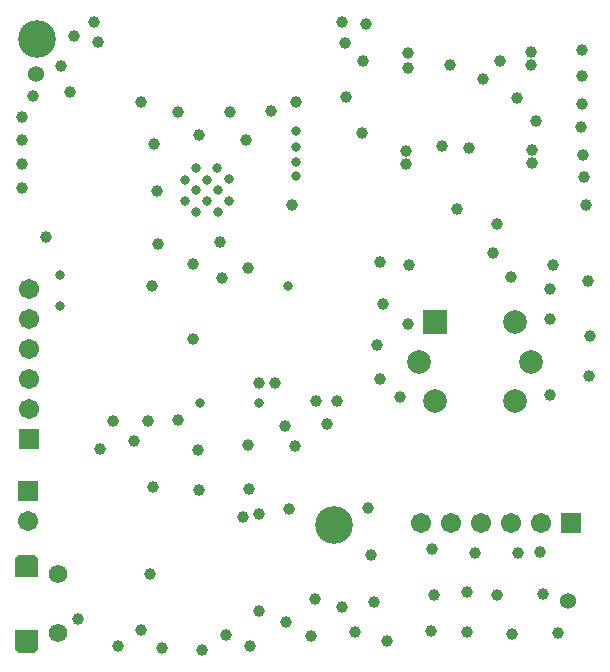
<source format=gbr>
%TF.GenerationSoftware,Altium Limited,Altium Designer,21.4.1 (30)*%
G04 Layer_Color=16711935*
%FSLAX26Y26*%
%MOIN*%
%TF.SameCoordinates,1ED331C9-AAA6-4E36-89CA-E609260C48EE*%
%TF.FilePolarity,Negative*%
%TF.FileFunction,Soldermask,Bot*%
%TF.Part,Single*%
G01*
G75*
%TA.AperFunction,WasherPad*%
%ADD41C,0.053354*%
%TA.AperFunction,ComponentPad*%
%ADD42R,0.067055X0.067055*%
%ADD43C,0.067055*%
%ADD44C,0.078866*%
%ADD45R,0.078866X0.078866*%
%ADD46C,0.062087*%
%ADD47R,0.067055X0.067055*%
%TA.AperFunction,ViaPad*%
%ADD48C,0.039496*%
%ADD49C,0.126110*%
%ADD50C,0.031622*%
G36*
X814449Y155354D02*
X814331Y154213D01*
X814095Y153071D01*
X813819Y151929D01*
X813504Y150827D01*
X813110Y149724D01*
X812677Y148661D01*
X812165Y147598D01*
X811614Y146575D01*
X811024Y145590D01*
X810354Y144646D01*
X809646Y143701D01*
X808898Y142835D01*
X808071Y142008D01*
X807244Y141181D01*
X806378Y140433D01*
X805433Y139724D01*
X804488Y139055D01*
X803504Y138464D01*
X802480Y137913D01*
X801417Y137401D01*
X800354Y136969D01*
X799252Y136575D01*
X798150Y136260D01*
X797008Y135984D01*
X795866Y135748D01*
X794724Y135630D01*
X793543Y135512D01*
X792402D01*
X756968D01*
X755827D01*
X754646Y135630D01*
X753504Y135748D01*
X752362Y135984D01*
X751220Y136260D01*
X750118Y136575D01*
X749016Y136969D01*
X747953Y137401D01*
X746890Y137913D01*
X745866Y138464D01*
X744882Y139055D01*
X743937Y139724D01*
X742992Y140433D01*
X742126Y141181D01*
X741299Y142008D01*
X740472Y142835D01*
X739724Y143701D01*
X739016Y144646D01*
X738346Y145590D01*
X737756Y146575D01*
X737205Y147598D01*
X736693Y148661D01*
X736260Y149724D01*
X735866Y150827D01*
X735551Y151929D01*
X735276Y153071D01*
X735039Y154213D01*
X734921Y155354D01*
X734803Y156535D01*
X734764Y157677D01*
X734783Y211358D01*
X734764Y211378D01*
X814567D01*
Y156535D01*
X814449Y155354D01*
D02*
G37*
G36*
X734764Y387441D02*
X734783Y387461D01*
X734764Y441142D01*
X734803Y442283D01*
X734921Y443464D01*
X735039Y444606D01*
X735276Y445748D01*
X735551Y446890D01*
X735866Y447992D01*
X736260Y449094D01*
X736693Y450157D01*
X737205Y451220D01*
X737756Y452244D01*
X738346Y453228D01*
X739016Y454173D01*
X739724Y455118D01*
X740472Y455984D01*
X741299Y456811D01*
X742126Y457638D01*
X742992Y458386D01*
X743937Y459094D01*
X744882Y459764D01*
X745866Y460354D01*
X746890Y460906D01*
X747953Y461417D01*
X749016Y461850D01*
X750118Y462244D01*
X751220Y462559D01*
X752362Y462835D01*
X753504Y463071D01*
X754646Y463189D01*
X755827Y463307D01*
X756968D01*
X792402D01*
X793543D01*
X794724Y463189D01*
X795866Y463071D01*
X797008Y462835D01*
X798150Y462559D01*
X799252Y462244D01*
X800354Y461850D01*
X801417Y461417D01*
X802480Y460906D01*
X803504Y460354D01*
X804488Y459764D01*
X805433Y459094D01*
X806378Y458386D01*
X807244Y457638D01*
X808071Y456811D01*
X808898Y455984D01*
X809646Y455118D01*
X810354Y454173D01*
X811024Y453228D01*
X811614Y452244D01*
X812165Y451220D01*
X812677Y450157D01*
X813110Y449094D01*
X813504Y447992D01*
X813819Y446890D01*
X814095Y445748D01*
X814331Y444606D01*
X814449Y443464D01*
X814567Y442283D01*
Y387441D01*
X734764D01*
D02*
G37*
D41*
X2580709Y307087D02*
D03*
X807087Y2066929D02*
D03*
D42*
X783465Y847244D02*
D03*
X780000Y675000D02*
D03*
D43*
X783465Y947244D02*
D03*
Y1047244D02*
D03*
Y1147244D02*
D03*
Y1247244D02*
D03*
Y1347244D02*
D03*
X780000Y575000D02*
D03*
X2488347Y568582D02*
D03*
X2388347D02*
D03*
X2288347D02*
D03*
X2188347D02*
D03*
X2088347D02*
D03*
D44*
X2401929Y1238543D02*
D03*
X2456693Y1106299D02*
D03*
X2401929Y974055D02*
D03*
X2137441D02*
D03*
X2082677Y1106299D02*
D03*
D45*
X2137441Y1238543D02*
D03*
D46*
X880984Y200984D02*
D03*
Y397835D02*
D03*
D47*
X2588347Y568582D02*
D03*
D48*
X2629389Y1795276D02*
D03*
X2627420Y1966535D02*
D03*
Y2143701D02*
D03*
X2209512Y1614561D02*
D03*
X1893168Y1870079D02*
D03*
X1836082Y2167323D02*
D03*
X890994Y2093458D02*
D03*
X795236Y1993537D02*
D03*
X1013247Y2171260D02*
D03*
X999467Y2238189D02*
D03*
X932538Y2190945D02*
D03*
X920727Y2005906D02*
D03*
X1280272Y912096D02*
D03*
X1021121Y814961D02*
D03*
X1133326Y842520D02*
D03*
X1180570Y909449D02*
D03*
X1064428Y907480D02*
D03*
X2241593Y338583D02*
D03*
X2242963Y204206D02*
D03*
X2497348Y331868D02*
D03*
X2547099Y200451D02*
D03*
X2393168Y198819D02*
D03*
X2341526Y329990D02*
D03*
X2121515Y208661D02*
D03*
X2486084Y470794D02*
D03*
X2413805Y468916D02*
D03*
X2271121Y468504D02*
D03*
X2125627Y481119D02*
D03*
X2131890Y328740D02*
D03*
X1439445Y194819D02*
D03*
X1156948Y212598D02*
D03*
X1078207Y157480D02*
D03*
X1225845Y151575D02*
D03*
X1359656Y145069D02*
D03*
X1520172Y157272D02*
D03*
X1976375Y174168D02*
D03*
X1868426Y205145D02*
D03*
X1640324Y237060D02*
D03*
X1721908Y192913D02*
D03*
X1825246Y289627D02*
D03*
X1932256Y304646D02*
D03*
X1736070Y314972D02*
D03*
X1912853Y618110D02*
D03*
X1776434Y898836D02*
D03*
X1668759Y826772D02*
D03*
X1635631Y893204D02*
D03*
X1512662Y830312D02*
D03*
X1651042Y616142D02*
D03*
X1517716Y681102D02*
D03*
X1922696Y460630D02*
D03*
X2649074Y1057087D02*
D03*
X2653011Y1192913D02*
D03*
X2647538Y1375690D02*
D03*
X2521121Y996063D02*
D03*
X2519152Y1348425D02*
D03*
X2521121Y1250000D02*
D03*
X2530202Y1428256D02*
D03*
X2328207Y1468504D02*
D03*
X2391200Y1387795D02*
D03*
X2019152Y990158D02*
D03*
X1952908Y1048087D02*
D03*
X1944349Y1161417D02*
D03*
X2044743Y1232284D02*
D03*
X1962066Y1297244D02*
D03*
X2048680Y1429134D02*
D03*
X1954192Y1437008D02*
D03*
X2471908Y1907480D02*
D03*
X2639231Y1627953D02*
D03*
X2633326Y1722441D02*
D03*
X2624071Y1889153D02*
D03*
X2627953Y2059055D02*
D03*
X2351829Y2110236D02*
D03*
X2408916Y1984252D02*
D03*
X2294743Y2047244D02*
D03*
X2186475Y2096457D02*
D03*
X1906948Y2230315D02*
D03*
X1826772Y2238189D02*
D03*
X1660885Y1629921D02*
D03*
X1426633Y1383858D02*
D03*
X1590018Y1940945D02*
D03*
X1505373Y1846457D02*
D03*
X1452223Y1938976D02*
D03*
X1351209Y1862869D02*
D03*
X1280963Y1937008D02*
D03*
X1198286Y1830709D02*
D03*
X1210097Y1675197D02*
D03*
X1513247Y1419291D02*
D03*
X1420727Y1503937D02*
D03*
X1328207Y1431102D02*
D03*
X1214034Y1498032D02*
D03*
X2248032Y1818898D02*
D03*
X1897638Y2110236D02*
D03*
X2039370Y1763780D02*
D03*
Y1807087D02*
D03*
X2460630Y1767716D02*
D03*
Y1811024D02*
D03*
X2456693Y2094488D02*
D03*
Y2137795D02*
D03*
X2047244Y2086614D02*
D03*
Y2133858D02*
D03*
X2160845Y1825113D02*
D03*
X1838583Y1988189D02*
D03*
X1196850Y688976D02*
D03*
X1346457Y811024D02*
D03*
X1350394Y677165D02*
D03*
X2342520Y1566929D02*
D03*
X1811024Y976378D02*
D03*
X1740158D02*
D03*
X838583Y1523622D02*
D03*
X1551181Y1035433D02*
D03*
X1602362D02*
D03*
X759843Y1763780D02*
D03*
Y1685039D02*
D03*
Y1846457D02*
D03*
X1157480Y1972441D02*
D03*
X1192913Y1358268D02*
D03*
X1330709Y1181102D02*
D03*
X759843Y1921260D02*
D03*
X1673228Y1972441D02*
D03*
X945000Y250000D02*
D03*
X1550000Y600000D02*
D03*
X1185000Y400000D02*
D03*
X1550000Y275000D02*
D03*
X1495000Y590000D02*
D03*
D49*
X809055Y2183071D02*
D03*
X1799213Y561024D02*
D03*
D50*
X885827Y1393701D02*
D03*
Y1291339D02*
D03*
X1354331Y968504D02*
D03*
X1551181D02*
D03*
X1673228Y1771653D02*
D03*
Y1822835D02*
D03*
X1645669Y1358268D02*
D03*
X1673918Y1723665D02*
D03*
X1673228Y1874016D02*
D03*
X1303150Y1641732D02*
D03*
X1338583Y1751968D02*
D03*
X1377953Y1641732D02*
D03*
X1413386Y1606299D02*
D03*
X1338583D02*
D03*
X1413386Y1677165D02*
D03*
X1338583D02*
D03*
X1303150Y1712598D02*
D03*
X1377953D02*
D03*
X1409449Y1751968D02*
D03*
X1448416Y1714457D02*
D03*
X1448819Y1641732D02*
D03*
%TF.MD5,59d0387183a8510d770a30cbc5f4e7f4*%
M02*

</source>
